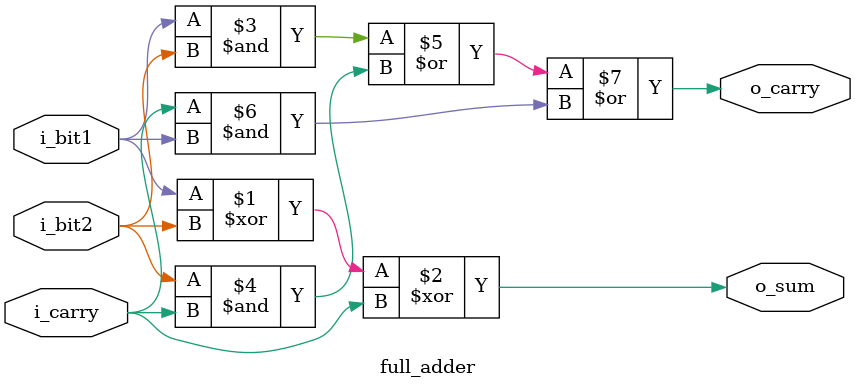
<source format=v>
`timescale 1ns / 1ps
module full_adder (
    i_bit1, 
    i_bit2, 
    i_carry,
    o_sum, 
    o_carry
);
    
    input i_bit1, i_bit2, i_carry;
    output o_sum, o_carry;

    assign o_sum = i_bit1 ^ i_bit2 ^ i_carry;
    assign o_carry = (i_bit1 & i_bit2) | (i_bit2 & i_carry) | (i_carry & i_bit1);

endmodule

</source>
